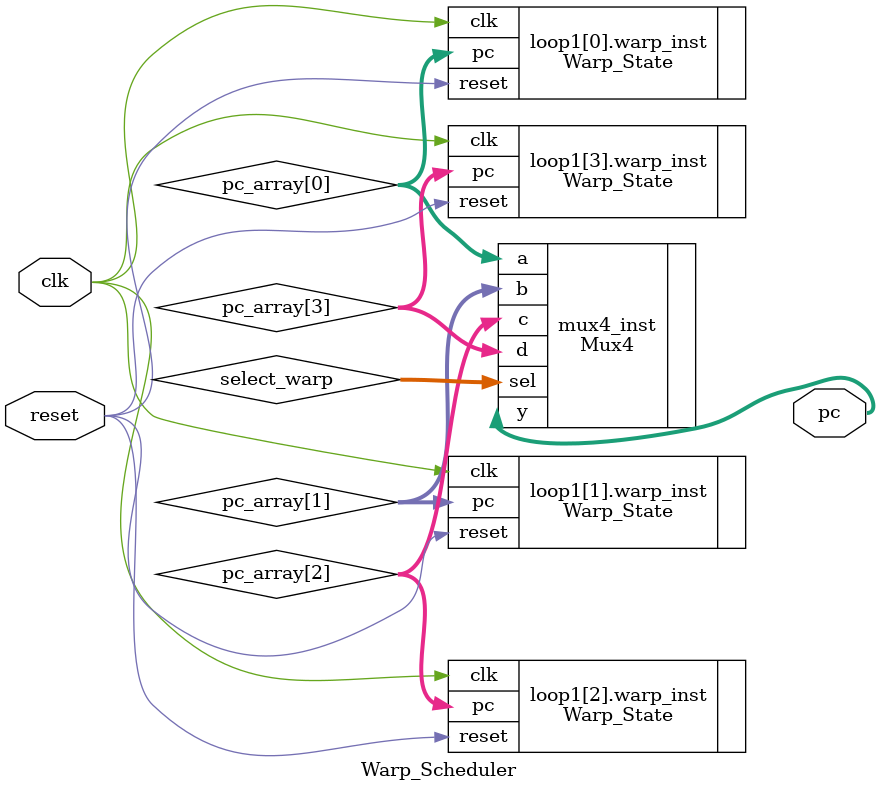
<source format=v>

`timescale 1ns / 1ps

module Warp_Scheduler#(parameter PC_WIDTH=5)(
    input clk, reset,
    output [PC_WIDTH-1:0] pc
    );

    wire [1:0] select_warp;
    wire [PC_WIDTH-1:0] pc_array [3:0];

    genvar i;
    generate
        for(i = 0; i < 4; i = i+1) begin : loop1
            Warp_State warp_inst(
                .clk(clk),
                .reset(reset),
                .pc(pc_array[i])
            );
        end
    endgenerate

    Mux4 mux4_inst(
        .a(pc_array[0]),
        .b(pc_array[1]),
        .c(pc_array[2]),
        .d(pc_array[3]),
        .sel(select_warp),
        .y(pc)
    );

endmodule

</source>
